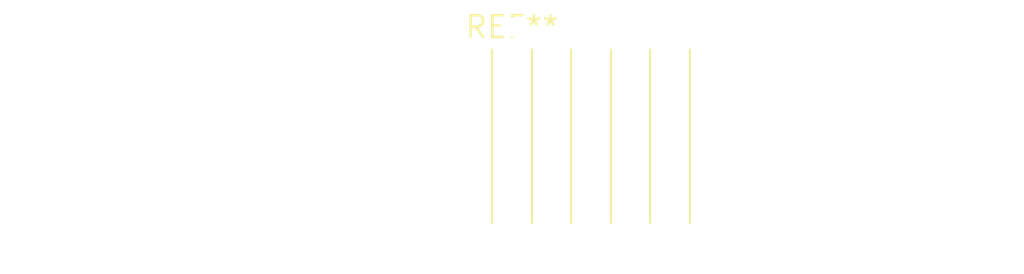
<source format=kicad_pcb>
(kicad_pcb (version 20240108) (generator pcbnew)
  (layers (0 "F.Cu" signal) (31 "B.Cu" signal) (34 "B.Paste" user) (35 "F.Paste" user) (36 "B.SilkS" user "B.Silkscreen") (37 "F.SilkS" user "F.Silkscreen") (38 "B.Mask" user) (39 "F.Mask" user) (44 "Edge.Cuts" user))
  (net 0 "")
  (footprint "SolderWire-0.5sqmm_1x03_P4.6mm_D0.9mm_OD2.1mm_Relief" (layer "F.Cu") (at 0 0)
    (property "Reference" "REF**")
    (property "Value" "SolderWire-0.5sqmm_1x03_P4.6mm_D0.9mm_OD2.1mm_Relief")
    (fp_line (start -1.16 1.31) (end -1.16 11.44) (layer "F.SilkS") (stroke (width 0.12)))
    (fp_line (start 1.16 1.31) (end 1.16 11.44) (layer "F.SilkS") (stroke (width 0.12)))
    (fp_line (start 3.44 1.31) (end 3.44 11.44) (layer "F.SilkS") (stroke (width 0.12)))
    (fp_line (start 5.76 1.31) (end 5.76 11.44) (layer "F.SilkS") (stroke (width 0.12)))
    (fp_line (start 8.04 1.31) (end 8.04 11.44) (layer "F.SilkS") (stroke (width 0.12)))
    (fp_line (start 10.36 1.31) (end 10.36 11.44) (layer "F.SilkS") (stroke (width 0.12)))
    (pad "" np_thru_hole circle (at 0 12.6) (size 2.6 2.6) (drill 2.6) (layers *.Cu *.Mask))
    (pad "" np_thru_hole circle (at 4.6 12.6) (size 2.6 2.6) (drill 2.6) (layers *.Cu *.Mask))
    (pad "" np_thru_hole circle (at 9.2 12.6) (size 2.6 2.6) (drill 2.6) (layers *.Cu *.Mask))
    (pad "1" thru_hole roundrect (at 0 0) (size 2.1 2.1) (drill 1.1) (layers *.Cu *.Mask) (remove_unused_layers) (roundrect_rratio 0.119048))
    (pad "2" thru_hole circle (at 4.6 0) (size 2.1 2.1) (drill 1.1) (layers *.Cu *.Mask) (remove_unused_layers))
    (pad "3" thru_hole circle (at 9.2 0) (size 2.1 2.1) (drill 1.1) (layers *.Cu *.Mask) (remove_unused_layers))
  )
)
</source>
